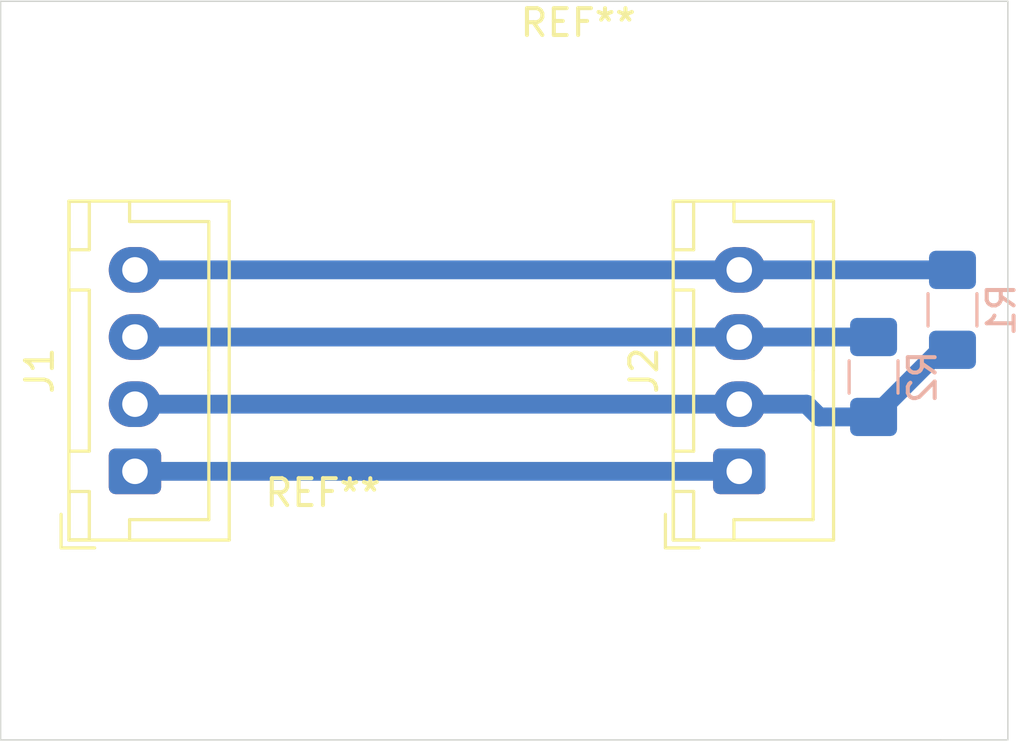
<source format=kicad_pcb>
(kicad_pcb (version 20171130) (host pcbnew 5.1.5-52549c5~84~ubuntu19.04.1)

  (general
    (thickness 1.6)
    (drawings 5)
    (tracks 11)
    (zones 0)
    (modules 6)
    (nets 5)
  )

  (page A4)
  (layers
    (0 F.Cu signal)
    (31 B.Cu signal)
    (32 B.Adhes user)
    (33 F.Adhes user)
    (34 B.Paste user)
    (35 F.Paste user)
    (36 B.SilkS user)
    (37 F.SilkS user)
    (38 B.Mask user)
    (39 F.Mask user)
    (40 Dwgs.User user)
    (41 Cmts.User user)
    (42 Eco1.User user)
    (43 Eco2.User user)
    (44 Edge.Cuts user)
    (45 Margin user)
    (46 B.CrtYd user)
    (47 F.CrtYd user)
    (48 B.Fab user)
    (49 F.Fab user)
  )

  (setup
    (last_trace_width 0.7)
    (user_trace_width 0.7)
    (trace_clearance 0.2)
    (zone_clearance 0.508)
    (zone_45_only no)
    (trace_min 0.2)
    (via_size 0.8)
    (via_drill 0.4)
    (via_min_size 0.4)
    (via_min_drill 0.3)
    (uvia_size 0.3)
    (uvia_drill 0.1)
    (uvias_allowed no)
    (uvia_min_size 0.2)
    (uvia_min_drill 0.1)
    (edge_width 0.05)
    (segment_width 0.2)
    (pcb_text_width 0.3)
    (pcb_text_size 1.5 1.5)
    (mod_edge_width 0.12)
    (mod_text_size 1 1)
    (mod_text_width 0.15)
    (pad_size 1.524 1.524)
    (pad_drill 0.762)
    (pad_to_mask_clearance 0.051)
    (solder_mask_min_width 0.25)
    (aux_axis_origin 0 0)
    (visible_elements FFFFFF7F)
    (pcbplotparams
      (layerselection 0x010fc_ffffffff)
      (usegerberextensions false)
      (usegerberattributes false)
      (usegerberadvancedattributes false)
      (creategerberjobfile false)
      (excludeedgelayer true)
      (linewidth 0.100000)
      (plotframeref false)
      (viasonmask false)
      (mode 1)
      (useauxorigin false)
      (hpglpennumber 1)
      (hpglpenspeed 20)
      (hpglpendiameter 15.000000)
      (psnegative false)
      (psa4output false)
      (plotreference true)
      (plotvalue true)
      (plotinvisibletext false)
      (padsonsilk false)
      (subtractmaskfromsilk false)
      (outputformat 1)
      (mirror false)
      (drillshape 1)
      (scaleselection 1)
      (outputdirectory ""))
  )

  (net 0 "")
  (net 1 /SCL)
  (net 2 /SDA)
  (net 3 +5V)
  (net 4 GND)

  (net_class Default "This is the default net class."
    (clearance 0.2)
    (trace_width 0.25)
    (via_dia 0.8)
    (via_drill 0.4)
    (uvia_dia 0.3)
    (uvia_drill 0.1)
    (add_net +5V)
    (add_net /SCL)
    (add_net /SDA)
    (add_net GND)
  )

  (module MountingHole:MountingHole_3.2mm_M3 (layer F.Cu) (tedit 56D1B4CB) (tstamp 5E25CCD5)
    (at 156.5 90)
    (descr "Mounting Hole 3.2mm, no annular, M3")
    (tags "mounting hole 3.2mm no annular m3")
    (attr virtual)
    (fp_text reference REF** (at 0 -4.2) (layer F.SilkS)
      (effects (font (size 1 1) (thickness 0.15)))
    )
    (fp_text value MountingHole_3.2mm_M3 (at 0 4.2) (layer F.Fab)
      (effects (font (size 1 1) (thickness 0.15)))
    )
    (fp_circle (center 0 0) (end 3.45 0) (layer F.CrtYd) (width 0.05))
    (fp_circle (center 0 0) (end 3.2 0) (layer Cmts.User) (width 0.15))
    (fp_text user %R (at 0.3 0) (layer F.Fab)
      (effects (font (size 1 1) (thickness 0.15)))
    )
    (pad 1 np_thru_hole circle (at 0 0) (size 3.2 3.2) (drill 3.2) (layers *.Cu *.Mask))
  )

  (module MountingHole:MountingHole_3.2mm_M3 (layer F.Cu) (tedit 56D1B4CB) (tstamp 5E25CD09)
    (at 147 107.5)
    (descr "Mounting Hole 3.2mm, no annular, M3")
    (tags "mounting hole 3.2mm no annular m3")
    (attr virtual)
    (fp_text reference REF** (at 0 -4.2) (layer F.SilkS)
      (effects (font (size 1 1) (thickness 0.15)))
    )
    (fp_text value MountingHole_3.2mm_M3 (at 0 4.2) (layer F.Fab)
      (effects (font (size 1 1) (thickness 0.15)))
    )
    (fp_circle (center 0 0) (end 3.45 0) (layer F.CrtYd) (width 0.05))
    (fp_circle (center 0 0) (end 3.2 0) (layer Cmts.User) (width 0.15))
    (fp_text user %R (at 0.3 0) (layer F.Fab)
      (effects (font (size 1 1) (thickness 0.15)))
    )
    (pad 1 np_thru_hole circle (at 0 0) (size 3.2 3.2) (drill 3.2) (layers *.Cu *.Mask))
  )

  (module Resistor_SMD:R_1206_3216Metric_Pad1.42x1.75mm_HandSolder (layer B.Cu) (tedit 5B301BBD) (tstamp 5E25C642)
    (at 167.5 98.9875 90)
    (descr "Resistor SMD 1206 (3216 Metric), square (rectangular) end terminal, IPC_7351 nominal with elongated pad for handsoldering. (Body size source: http://www.tortai-tech.com/upload/download/2011102023233369053.pdf), generated with kicad-footprint-generator")
    (tags "resistor handsolder")
    (path /5E25EC4B)
    (attr smd)
    (fp_text reference R2 (at 0 1.82 90) (layer B.SilkS)
      (effects (font (size 1 1) (thickness 0.15)) (justify mirror))
    )
    (fp_text value "1kR 1206 pull-up" (at 0 -1.82 90) (layer B.Fab)
      (effects (font (size 1 1) (thickness 0.15)) (justify mirror))
    )
    (fp_text user %R (at 0 0 90) (layer B.Fab)
      (effects (font (size 0.8 0.8) (thickness 0.12)) (justify mirror))
    )
    (fp_line (start 2.45 -1.12) (end -2.45 -1.12) (layer B.CrtYd) (width 0.05))
    (fp_line (start 2.45 1.12) (end 2.45 -1.12) (layer B.CrtYd) (width 0.05))
    (fp_line (start -2.45 1.12) (end 2.45 1.12) (layer B.CrtYd) (width 0.05))
    (fp_line (start -2.45 -1.12) (end -2.45 1.12) (layer B.CrtYd) (width 0.05))
    (fp_line (start -0.602064 -0.91) (end 0.602064 -0.91) (layer B.SilkS) (width 0.12))
    (fp_line (start -0.602064 0.91) (end 0.602064 0.91) (layer B.SilkS) (width 0.12))
    (fp_line (start 1.6 -0.8) (end -1.6 -0.8) (layer B.Fab) (width 0.1))
    (fp_line (start 1.6 0.8) (end 1.6 -0.8) (layer B.Fab) (width 0.1))
    (fp_line (start -1.6 0.8) (end 1.6 0.8) (layer B.Fab) (width 0.1))
    (fp_line (start -1.6 -0.8) (end -1.6 0.8) (layer B.Fab) (width 0.1))
    (pad 2 smd roundrect (at 1.4875 0 90) (size 1.425 1.75) (layers B.Cu B.Paste B.Mask) (roundrect_rratio 0.175439)
      (net 2 /SDA))
    (pad 1 smd roundrect (at -1.4875 0 90) (size 1.425 1.75) (layers B.Cu B.Paste B.Mask) (roundrect_rratio 0.175439)
      (net 3 +5V))
    (model ${KISYS3DMOD}/Resistor_SMD.3dshapes/R_1206_3216Metric.wrl
      (at (xyz 0 0 0))
      (scale (xyz 1 1 1))
      (rotate (xyz 0 0 0))
    )
  )

  (module Resistor_SMD:R_1206_3216Metric_Pad1.42x1.75mm_HandSolder (layer B.Cu) (tedit 5B301BBD) (tstamp 5E25C631)
    (at 170.4375 96.4875 90)
    (descr "Resistor SMD 1206 (3216 Metric), square (rectangular) end terminal, IPC_7351 nominal with elongated pad for handsoldering. (Body size source: http://www.tortai-tech.com/upload/download/2011102023233369053.pdf), generated with kicad-footprint-generator")
    (tags "resistor handsolder")
    (path /5E25ED09)
    (attr smd)
    (fp_text reference R1 (at 0 1.82 90) (layer B.SilkS)
      (effects (font (size 1 1) (thickness 0.15)) (justify mirror))
    )
    (fp_text value "1kR 1206 pull-up" (at 0 -1.82 90) (layer B.Fab)
      (effects (font (size 1 1) (thickness 0.15)) (justify mirror))
    )
    (fp_text user %R (at 0 0 90) (layer B.Fab)
      (effects (font (size 0.8 0.8) (thickness 0.12)) (justify mirror))
    )
    (fp_line (start 2.45 -1.12) (end -2.45 -1.12) (layer B.CrtYd) (width 0.05))
    (fp_line (start 2.45 1.12) (end 2.45 -1.12) (layer B.CrtYd) (width 0.05))
    (fp_line (start -2.45 1.12) (end 2.45 1.12) (layer B.CrtYd) (width 0.05))
    (fp_line (start -2.45 -1.12) (end -2.45 1.12) (layer B.CrtYd) (width 0.05))
    (fp_line (start -0.602064 -0.91) (end 0.602064 -0.91) (layer B.SilkS) (width 0.12))
    (fp_line (start -0.602064 0.91) (end 0.602064 0.91) (layer B.SilkS) (width 0.12))
    (fp_line (start 1.6 -0.8) (end -1.6 -0.8) (layer B.Fab) (width 0.1))
    (fp_line (start 1.6 0.8) (end 1.6 -0.8) (layer B.Fab) (width 0.1))
    (fp_line (start -1.6 0.8) (end 1.6 0.8) (layer B.Fab) (width 0.1))
    (fp_line (start -1.6 -0.8) (end -1.6 0.8) (layer B.Fab) (width 0.1))
    (pad 2 smd roundrect (at 1.4875 0 90) (size 1.425 1.75) (layers B.Cu B.Paste B.Mask) (roundrect_rratio 0.175439)
      (net 1 /SCL))
    (pad 1 smd roundrect (at -1.4875 0 90) (size 1.425 1.75) (layers B.Cu B.Paste B.Mask) (roundrect_rratio 0.175439)
      (net 3 +5V))
    (model ${KISYS3DMOD}/Resistor_SMD.3dshapes/R_1206_3216Metric.wrl
      (at (xyz 0 0 0))
      (scale (xyz 1 1 1))
      (rotate (xyz 0 0 0))
    )
  )

  (module Connector_JST:JST_XH_B4B-XH-A_1x04_P2.50mm_Vertical (layer F.Cu) (tedit 5C28146C) (tstamp 5E25C620)
    (at 162.5 102.5 90)
    (descr "JST XH series connector, B4B-XH-A (http://www.jst-mfg.com/product/pdf/eng/eXH.pdf), generated with kicad-footprint-generator")
    (tags "connector JST XH vertical")
    (path /5E25B40E)
    (fp_text reference J2 (at 3.75 -3.55 90) (layer F.SilkS)
      (effects (font (size 1 1) (thickness 0.15)))
    )
    (fp_text value Conn_01x04 (at 3.75 4.6 90) (layer F.Fab)
      (effects (font (size 1 1) (thickness 0.15)))
    )
    (fp_text user %R (at 3.75 2.7 90) (layer F.Fab)
      (effects (font (size 1 1) (thickness 0.15)))
    )
    (fp_line (start -2.85 -2.75) (end -2.85 -1.5) (layer F.SilkS) (width 0.12))
    (fp_line (start -1.6 -2.75) (end -2.85 -2.75) (layer F.SilkS) (width 0.12))
    (fp_line (start 9.3 2.75) (end 3.75 2.75) (layer F.SilkS) (width 0.12))
    (fp_line (start 9.3 -0.2) (end 9.3 2.75) (layer F.SilkS) (width 0.12))
    (fp_line (start 10.05 -0.2) (end 9.3 -0.2) (layer F.SilkS) (width 0.12))
    (fp_line (start -1.8 2.75) (end 3.75 2.75) (layer F.SilkS) (width 0.12))
    (fp_line (start -1.8 -0.2) (end -1.8 2.75) (layer F.SilkS) (width 0.12))
    (fp_line (start -2.55 -0.2) (end -1.8 -0.2) (layer F.SilkS) (width 0.12))
    (fp_line (start 10.05 -2.45) (end 8.25 -2.45) (layer F.SilkS) (width 0.12))
    (fp_line (start 10.05 -1.7) (end 10.05 -2.45) (layer F.SilkS) (width 0.12))
    (fp_line (start 8.25 -1.7) (end 10.05 -1.7) (layer F.SilkS) (width 0.12))
    (fp_line (start 8.25 -2.45) (end 8.25 -1.7) (layer F.SilkS) (width 0.12))
    (fp_line (start -0.75 -2.45) (end -2.55 -2.45) (layer F.SilkS) (width 0.12))
    (fp_line (start -0.75 -1.7) (end -0.75 -2.45) (layer F.SilkS) (width 0.12))
    (fp_line (start -2.55 -1.7) (end -0.75 -1.7) (layer F.SilkS) (width 0.12))
    (fp_line (start -2.55 -2.45) (end -2.55 -1.7) (layer F.SilkS) (width 0.12))
    (fp_line (start 6.75 -2.45) (end 0.75 -2.45) (layer F.SilkS) (width 0.12))
    (fp_line (start 6.75 -1.7) (end 6.75 -2.45) (layer F.SilkS) (width 0.12))
    (fp_line (start 0.75 -1.7) (end 6.75 -1.7) (layer F.SilkS) (width 0.12))
    (fp_line (start 0.75 -2.45) (end 0.75 -1.7) (layer F.SilkS) (width 0.12))
    (fp_line (start 0 -1.35) (end 0.625 -2.35) (layer F.Fab) (width 0.1))
    (fp_line (start -0.625 -2.35) (end 0 -1.35) (layer F.Fab) (width 0.1))
    (fp_line (start 10.45 -2.85) (end -2.95 -2.85) (layer F.CrtYd) (width 0.05))
    (fp_line (start 10.45 3.9) (end 10.45 -2.85) (layer F.CrtYd) (width 0.05))
    (fp_line (start -2.95 3.9) (end 10.45 3.9) (layer F.CrtYd) (width 0.05))
    (fp_line (start -2.95 -2.85) (end -2.95 3.9) (layer F.CrtYd) (width 0.05))
    (fp_line (start 10.06 -2.46) (end -2.56 -2.46) (layer F.SilkS) (width 0.12))
    (fp_line (start 10.06 3.51) (end 10.06 -2.46) (layer F.SilkS) (width 0.12))
    (fp_line (start -2.56 3.51) (end 10.06 3.51) (layer F.SilkS) (width 0.12))
    (fp_line (start -2.56 -2.46) (end -2.56 3.51) (layer F.SilkS) (width 0.12))
    (fp_line (start 9.95 -2.35) (end -2.45 -2.35) (layer F.Fab) (width 0.1))
    (fp_line (start 9.95 3.4) (end 9.95 -2.35) (layer F.Fab) (width 0.1))
    (fp_line (start -2.45 3.4) (end 9.95 3.4) (layer F.Fab) (width 0.1))
    (fp_line (start -2.45 -2.35) (end -2.45 3.4) (layer F.Fab) (width 0.1))
    (pad 4 thru_hole oval (at 7.5 0 90) (size 1.7 1.95) (drill 0.95) (layers *.Cu *.Mask)
      (net 1 /SCL))
    (pad 3 thru_hole oval (at 5 0 90) (size 1.7 1.95) (drill 0.95) (layers *.Cu *.Mask)
      (net 2 /SDA))
    (pad 2 thru_hole oval (at 2.5 0 90) (size 1.7 1.95) (drill 0.95) (layers *.Cu *.Mask)
      (net 3 +5V))
    (pad 1 thru_hole roundrect (at 0 0 90) (size 1.7 1.95) (drill 0.95) (layers *.Cu *.Mask) (roundrect_rratio 0.147059)
      (net 4 GND))
    (model ${KISYS3DMOD}/Connector_JST.3dshapes/JST_XH_B4B-XH-A_1x04_P2.50mm_Vertical.wrl
      (at (xyz 0 0 0))
      (scale (xyz 1 1 1))
      (rotate (xyz 0 0 0))
    )
  )

  (module Connector_JST:JST_XH_B4B-XH-A_1x04_P2.50mm_Vertical (layer F.Cu) (tedit 5C28146C) (tstamp 5E25C5F5)
    (at 140 102.5 90)
    (descr "JST XH series connector, B4B-XH-A (http://www.jst-mfg.com/product/pdf/eng/eXH.pdf), generated with kicad-footprint-generator")
    (tags "connector JST XH vertical")
    (path /5E25B8C2)
    (fp_text reference J1 (at 3.75 -3.55 90) (layer F.SilkS)
      (effects (font (size 1 1) (thickness 0.15)))
    )
    (fp_text value Conn_01x04 (at 3.75 4.6 90) (layer F.Fab)
      (effects (font (size 1 1) (thickness 0.15)))
    )
    (fp_text user %R (at 3.75 2.7 90) (layer F.Fab)
      (effects (font (size 1 1) (thickness 0.15)))
    )
    (fp_line (start -2.85 -2.75) (end -2.85 -1.5) (layer F.SilkS) (width 0.12))
    (fp_line (start -1.6 -2.75) (end -2.85 -2.75) (layer F.SilkS) (width 0.12))
    (fp_line (start 9.3 2.75) (end 3.75 2.75) (layer F.SilkS) (width 0.12))
    (fp_line (start 9.3 -0.2) (end 9.3 2.75) (layer F.SilkS) (width 0.12))
    (fp_line (start 10.05 -0.2) (end 9.3 -0.2) (layer F.SilkS) (width 0.12))
    (fp_line (start -1.8 2.75) (end 3.75 2.75) (layer F.SilkS) (width 0.12))
    (fp_line (start -1.8 -0.2) (end -1.8 2.75) (layer F.SilkS) (width 0.12))
    (fp_line (start -2.55 -0.2) (end -1.8 -0.2) (layer F.SilkS) (width 0.12))
    (fp_line (start 10.05 -2.45) (end 8.25 -2.45) (layer F.SilkS) (width 0.12))
    (fp_line (start 10.05 -1.7) (end 10.05 -2.45) (layer F.SilkS) (width 0.12))
    (fp_line (start 8.25 -1.7) (end 10.05 -1.7) (layer F.SilkS) (width 0.12))
    (fp_line (start 8.25 -2.45) (end 8.25 -1.7) (layer F.SilkS) (width 0.12))
    (fp_line (start -0.75 -2.45) (end -2.55 -2.45) (layer F.SilkS) (width 0.12))
    (fp_line (start -0.75 -1.7) (end -0.75 -2.45) (layer F.SilkS) (width 0.12))
    (fp_line (start -2.55 -1.7) (end -0.75 -1.7) (layer F.SilkS) (width 0.12))
    (fp_line (start -2.55 -2.45) (end -2.55 -1.7) (layer F.SilkS) (width 0.12))
    (fp_line (start 6.75 -2.45) (end 0.75 -2.45) (layer F.SilkS) (width 0.12))
    (fp_line (start 6.75 -1.7) (end 6.75 -2.45) (layer F.SilkS) (width 0.12))
    (fp_line (start 0.75 -1.7) (end 6.75 -1.7) (layer F.SilkS) (width 0.12))
    (fp_line (start 0.75 -2.45) (end 0.75 -1.7) (layer F.SilkS) (width 0.12))
    (fp_line (start 0 -1.35) (end 0.625 -2.35) (layer F.Fab) (width 0.1))
    (fp_line (start -0.625 -2.35) (end 0 -1.35) (layer F.Fab) (width 0.1))
    (fp_line (start 10.45 -2.85) (end -2.95 -2.85) (layer F.CrtYd) (width 0.05))
    (fp_line (start 10.45 3.9) (end 10.45 -2.85) (layer F.CrtYd) (width 0.05))
    (fp_line (start -2.95 3.9) (end 10.45 3.9) (layer F.CrtYd) (width 0.05))
    (fp_line (start -2.95 -2.85) (end -2.95 3.9) (layer F.CrtYd) (width 0.05))
    (fp_line (start 10.06 -2.46) (end -2.56 -2.46) (layer F.SilkS) (width 0.12))
    (fp_line (start 10.06 3.51) (end 10.06 -2.46) (layer F.SilkS) (width 0.12))
    (fp_line (start -2.56 3.51) (end 10.06 3.51) (layer F.SilkS) (width 0.12))
    (fp_line (start -2.56 -2.46) (end -2.56 3.51) (layer F.SilkS) (width 0.12))
    (fp_line (start 9.95 -2.35) (end -2.45 -2.35) (layer F.Fab) (width 0.1))
    (fp_line (start 9.95 3.4) (end 9.95 -2.35) (layer F.Fab) (width 0.1))
    (fp_line (start -2.45 3.4) (end 9.95 3.4) (layer F.Fab) (width 0.1))
    (fp_line (start -2.45 -2.35) (end -2.45 3.4) (layer F.Fab) (width 0.1))
    (pad 4 thru_hole oval (at 7.5 0 90) (size 1.7 1.95) (drill 0.95) (layers *.Cu *.Mask)
      (net 1 /SCL))
    (pad 3 thru_hole oval (at 5 0 90) (size 1.7 1.95) (drill 0.95) (layers *.Cu *.Mask)
      (net 2 /SDA))
    (pad 2 thru_hole oval (at 2.5 0 90) (size 1.7 1.95) (drill 0.95) (layers *.Cu *.Mask)
      (net 3 +5V))
    (pad 1 thru_hole roundrect (at 0 0 90) (size 1.7 1.95) (drill 0.95) (layers *.Cu *.Mask) (roundrect_rratio 0.147059)
      (net 4 GND))
    (model ${KISYS3DMOD}/Connector_JST.3dshapes/JST_XH_B4B-XH-A_1x04_P2.50mm_Vertical.wrl
      (at (xyz 0 0 0))
      (scale (xyz 1 1 1))
      (rotate (xyz 0 0 0))
    )
  )

  (gr_line (start 172.5 85) (end 135 85) (layer Edge.Cuts) (width 0.05) (tstamp 5E25CCA0))
  (gr_line (start 172.5 112.5) (end 172.5 85) (layer Edge.Cuts) (width 0.05))
  (gr_line (start 170 112.5) (end 172.5 112.5) (layer Edge.Cuts) (width 0.05))
  (gr_line (start 135 112.5) (end 170 112.5) (layer Edge.Cuts) (width 0.05))
  (gr_line (start 135 85) (end 135 112.5) (layer Edge.Cuts) (width 0.05))

  (segment (start 140 95) (end 162.5 95) (width 0.7) (layer B.Cu) (net 1))
  (segment (start 162.5 95) (end 170.4375 95) (width 0.7) (layer B.Cu) (net 1))
  (segment (start 162.5 97.5) (end 167.5 97.5) (width 0.7) (layer B.Cu) (net 2))
  (segment (start 140 97.5) (end 162.5 97.5) (width 0.7) (layer B.Cu) (net 2))
  (segment (start 140 100) (end 162.5 100) (width 0.7) (layer B.Cu) (net 3))
  (segment (start 170 97.975) (end 167.5 100.475) (width 0.7) (layer B.Cu) (net 3))
  (segment (start 170.4375 97.975) (end 170 97.975) (width 0.7) (layer B.Cu) (net 3))
  (segment (start 165.475 100.475) (end 165 100) (width 0.7) (layer B.Cu) (net 3))
  (segment (start 167.5 100.475) (end 165.475 100.475) (width 0.7) (layer B.Cu) (net 3))
  (segment (start 165 100) (end 162.5 100) (width 0.7) (layer B.Cu) (net 3))
  (segment (start 140 102.5) (end 162.5 102.5) (width 0.7) (layer B.Cu) (net 4))

)

</source>
